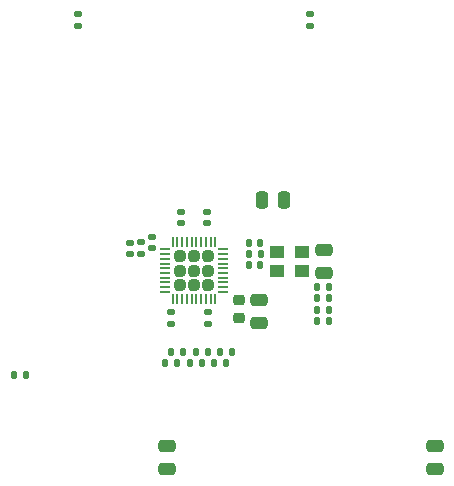
<source format=gtp>
G04 #@! TF.GenerationSoftware,KiCad,Pcbnew,8.0.8*
G04 #@! TF.CreationDate,2025-02-24T20:28:59+01:00*
G04 #@! TF.ProjectId,rgmii-pmod,72676d69-692d-4706-9d6f-642e6b696361,rev?*
G04 #@! TF.SameCoordinates,Original*
G04 #@! TF.FileFunction,Paste,Top*
G04 #@! TF.FilePolarity,Positive*
%FSLAX46Y46*%
G04 Gerber Fmt 4.6, Leading zero omitted, Abs format (unit mm)*
G04 Created by KiCad (PCBNEW 8.0.8) date 2025-02-24 20:28:59*
%MOMM*%
%LPD*%
G01*
G04 APERTURE LIST*
G04 Aperture macros list*
%AMRoundRect*
0 Rectangle with rounded corners*
0 $1 Rounding radius*
0 $2 $3 $4 $5 $6 $7 $8 $9 X,Y pos of 4 corners*
0 Add a 4 corners polygon primitive as box body*
4,1,4,$2,$3,$4,$5,$6,$7,$8,$9,$2,$3,0*
0 Add four circle primitives for the rounded corners*
1,1,$1+$1,$2,$3*
1,1,$1+$1,$4,$5*
1,1,$1+$1,$6,$7*
1,1,$1+$1,$8,$9*
0 Add four rect primitives between the rounded corners*
20,1,$1+$1,$2,$3,$4,$5,0*
20,1,$1+$1,$4,$5,$6,$7,0*
20,1,$1+$1,$6,$7,$8,$9,0*
20,1,$1+$1,$8,$9,$2,$3,0*%
G04 Aperture macros list end*
%ADD10RoundRect,0.140000X-0.140000X-0.170000X0.140000X-0.170000X0.140000X0.170000X-0.140000X0.170000X0*%
%ADD11RoundRect,0.135000X0.135000X0.185000X-0.135000X0.185000X-0.135000X-0.185000X0.135000X-0.185000X0*%
%ADD12RoundRect,0.250000X-0.250000X-0.475000X0.250000X-0.475000X0.250000X0.475000X-0.250000X0.475000X0*%
%ADD13RoundRect,0.250000X-0.475000X0.250000X-0.475000X-0.250000X0.475000X-0.250000X0.475000X0.250000X0*%
%ADD14RoundRect,0.140000X-0.170000X0.140000X-0.170000X-0.140000X0.170000X-0.140000X0.170000X0.140000X0*%
%ADD15RoundRect,0.135000X-0.135000X-0.185000X0.135000X-0.185000X0.135000X0.185000X-0.135000X0.185000X0*%
%ADD16RoundRect,0.250000X0.475000X-0.250000X0.475000X0.250000X-0.475000X0.250000X-0.475000X-0.250000X0*%
%ADD17RoundRect,0.135000X-0.185000X0.135000X-0.185000X-0.135000X0.185000X-0.135000X0.185000X0.135000X0*%
%ADD18RoundRect,0.140000X0.170000X-0.140000X0.170000X0.140000X-0.170000X0.140000X-0.170000X-0.140000X0*%
%ADD19R,1.300000X1.100000*%
%ADD20RoundRect,0.218750X-0.256250X0.218750X-0.256250X-0.218750X0.256250X-0.218750X0.256250X0.218750X0*%
%ADD21RoundRect,0.242500X-0.242500X0.242500X-0.242500X-0.242500X0.242500X-0.242500X0.242500X0.242500X0*%
%ADD22RoundRect,0.062500X-0.062500X0.350000X-0.062500X-0.350000X0.062500X-0.350000X0.062500X0.350000X0*%
%ADD23RoundRect,0.062500X-0.350000X0.062500X-0.350000X-0.062500X0.350000X-0.062500X0.350000X0.062500X0*%
G04 APERTURE END LIST*
D10*
X154630000Y-103330000D03*
X155590000Y-103330000D03*
D11*
X150640200Y-111630000D03*
X149620200Y-111630000D03*
D12*
X155715000Y-97800000D03*
X157615000Y-97800000D03*
D13*
X147700000Y-118650000D03*
X147700000Y-120550000D03*
D14*
X151200000Y-107330000D03*
X151200000Y-108290000D03*
D15*
X160445000Y-105210000D03*
X161465000Y-105210000D03*
D16*
X161040000Y-103990000D03*
X161040000Y-102090000D03*
D15*
X150130200Y-110690000D03*
X151150200Y-110690000D03*
X152170100Y-110690000D03*
X153190100Y-110690000D03*
D11*
X161465000Y-107090000D03*
X160445000Y-107090000D03*
D17*
X140185000Y-82100000D03*
X140185000Y-83120000D03*
D15*
X160445000Y-106150000D03*
X161465000Y-106150000D03*
D18*
X146440000Y-101895000D03*
X146440000Y-100935000D03*
D11*
X135780000Y-112600000D03*
X134760000Y-112600000D03*
D18*
X148882400Y-99770000D03*
X148882400Y-98810000D03*
X151117600Y-99770000D03*
X151117600Y-98810000D03*
D19*
X159110000Y-102215000D03*
X157010000Y-102215000D03*
X157010000Y-103865000D03*
X159110000Y-103865000D03*
D15*
X147580000Y-111630000D03*
X148600000Y-111630000D03*
D18*
X144580000Y-102400000D03*
X144580000Y-101440000D03*
D11*
X161465000Y-108030000D03*
X160445000Y-108030000D03*
D15*
X154620000Y-102400000D03*
X155640000Y-102400000D03*
D16*
X155540000Y-108225000D03*
X155540000Y-106325000D03*
D17*
X145510000Y-101380000D03*
X145510000Y-102400000D03*
X159815000Y-82100000D03*
X159815000Y-83120000D03*
D14*
X148061750Y-107330000D03*
X148061750Y-108290000D03*
D20*
X153830000Y-106262500D03*
X153830000Y-107837500D03*
D11*
X149110200Y-110690000D03*
X148090200Y-110690000D03*
D21*
X151200000Y-102600000D03*
X150000000Y-102600000D03*
X148800000Y-102600000D03*
X151200000Y-103800000D03*
X150000000Y-103800000D03*
X148800000Y-103800000D03*
X151200000Y-105000000D03*
X150000000Y-105000000D03*
X148800000Y-105000000D03*
D22*
X151800000Y-101362500D03*
X151400000Y-101362500D03*
X151000000Y-101362500D03*
X150600000Y-101362500D03*
X150200000Y-101362500D03*
X149800000Y-101362500D03*
X149400000Y-101362500D03*
X149000000Y-101362500D03*
X148600000Y-101362500D03*
X148200000Y-101362500D03*
D23*
X147562500Y-102000000D03*
X147562500Y-102400000D03*
X147562500Y-102800000D03*
X147562500Y-103200000D03*
X147562500Y-103600000D03*
X147562500Y-104000000D03*
X147562500Y-104400000D03*
X147562500Y-104800000D03*
X147562500Y-105200000D03*
X147562500Y-105600000D03*
D22*
X148200000Y-106237500D03*
X148600000Y-106237500D03*
X149000000Y-106237500D03*
X149400000Y-106237500D03*
X149800000Y-106237500D03*
X150200000Y-106237500D03*
X150600000Y-106237500D03*
X151000000Y-106237500D03*
X151400000Y-106237500D03*
X151800000Y-106237500D03*
D23*
X152437500Y-105600000D03*
X152437500Y-105200000D03*
X152437500Y-104800000D03*
X152437500Y-104400000D03*
X152437500Y-104000000D03*
X152437500Y-103600000D03*
X152437500Y-103200000D03*
X152437500Y-102800000D03*
X152437500Y-102400000D03*
X152437500Y-102000000D03*
D13*
X170365000Y-118650000D03*
X170365000Y-120550000D03*
D10*
X154630000Y-101470000D03*
X155590000Y-101470000D03*
D15*
X151660100Y-111630000D03*
X152680100Y-111630000D03*
M02*

</source>
